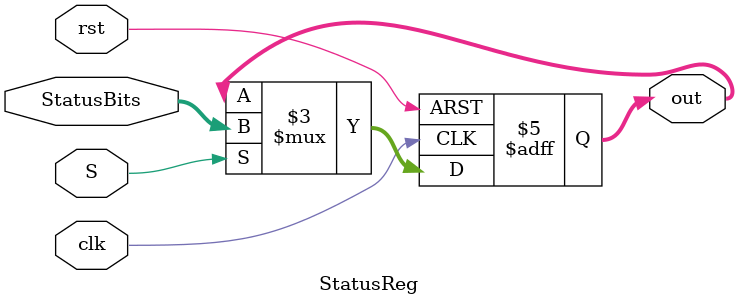
<source format=v>
module StatusReg(clk, rst, StatusBits, S, out);
    input [3:0] StatusBits;
    input clk, rst, S;
    output reg [3:0] out;

    always @(negedge clk,posedge rst) begin
        if (rst) begin
            out <= 4'd0;
        end
        else if (S) begin
            out <= StatusBits;
        end
        else
            out <= out;
    end
    
endmodule
</source>
